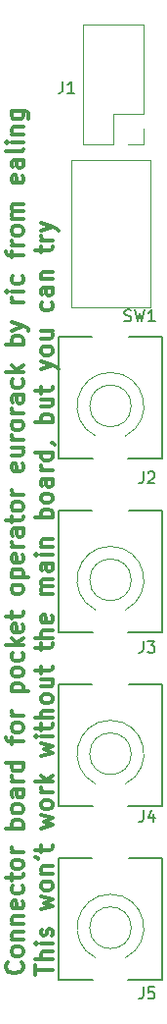
<source format=gbr>
%TF.GenerationSoftware,KiCad,Pcbnew,(5.1.12-1-10_14)*%
%TF.CreationDate,2021-12-28T18:28:33+00:00*%
%TF.ProjectId,pocket-operator-eurorack-connector-board,706f636b-6574-42d6-9f70-657261746f72,rev?*%
%TF.SameCoordinates,Original*%
%TF.FileFunction,Legend,Top*%
%TF.FilePolarity,Positive*%
%FSLAX46Y46*%
G04 Gerber Fmt 4.6, Leading zero omitted, Abs format (unit mm)*
G04 Created by KiCad (PCBNEW (5.1.12-1-10_14)) date 2021-12-28 18:28:33*
%MOMM*%
%LPD*%
G01*
G04 APERTURE LIST*
%ADD10C,0.300000*%
%ADD11C,0.120000*%
%ADD12C,0.200000*%
%ADD13C,0.150000*%
G04 APERTURE END LIST*
D10*
X-7724285Y-87490714D02*
X-7652857Y-87562142D01*
X-7581428Y-87776428D01*
X-7581428Y-87919285D01*
X-7652857Y-88133571D01*
X-7795714Y-88276428D01*
X-7938571Y-88347857D01*
X-8224285Y-88419285D01*
X-8438571Y-88419285D01*
X-8724285Y-88347857D01*
X-8867142Y-88276428D01*
X-9010000Y-88133571D01*
X-9081428Y-87919285D01*
X-9081428Y-87776428D01*
X-9010000Y-87562142D01*
X-8938571Y-87490714D01*
X-7581428Y-86633571D02*
X-7652857Y-86776428D01*
X-7724285Y-86847857D01*
X-7867142Y-86919285D01*
X-8295714Y-86919285D01*
X-8438571Y-86847857D01*
X-8510000Y-86776428D01*
X-8581428Y-86633571D01*
X-8581428Y-86419285D01*
X-8510000Y-86276428D01*
X-8438571Y-86205000D01*
X-8295714Y-86133571D01*
X-7867142Y-86133571D01*
X-7724285Y-86205000D01*
X-7652857Y-86276428D01*
X-7581428Y-86419285D01*
X-7581428Y-86633571D01*
X-8581428Y-85490714D02*
X-7581428Y-85490714D01*
X-8438571Y-85490714D02*
X-8510000Y-85419285D01*
X-8581428Y-85276428D01*
X-8581428Y-85062142D01*
X-8510000Y-84919285D01*
X-8367142Y-84847857D01*
X-7581428Y-84847857D01*
X-8581428Y-84133571D02*
X-7581428Y-84133571D01*
X-8438571Y-84133571D02*
X-8510000Y-84062142D01*
X-8581428Y-83919285D01*
X-8581428Y-83705000D01*
X-8510000Y-83562142D01*
X-8367142Y-83490714D01*
X-7581428Y-83490714D01*
X-7652857Y-82205000D02*
X-7581428Y-82347857D01*
X-7581428Y-82633571D01*
X-7652857Y-82776428D01*
X-7795714Y-82847857D01*
X-8367142Y-82847857D01*
X-8510000Y-82776428D01*
X-8581428Y-82633571D01*
X-8581428Y-82347857D01*
X-8510000Y-82205000D01*
X-8367142Y-82133571D01*
X-8224285Y-82133571D01*
X-8081428Y-82847857D01*
X-7652857Y-80847857D02*
X-7581428Y-80990714D01*
X-7581428Y-81276428D01*
X-7652857Y-81419285D01*
X-7724285Y-81490714D01*
X-7867142Y-81562142D01*
X-8295714Y-81562142D01*
X-8438571Y-81490714D01*
X-8510000Y-81419285D01*
X-8581428Y-81276428D01*
X-8581428Y-80990714D01*
X-8510000Y-80847857D01*
X-8581428Y-80419285D02*
X-8581428Y-79847857D01*
X-9081428Y-80205000D02*
X-7795714Y-80205000D01*
X-7652857Y-80133571D01*
X-7581428Y-79990714D01*
X-7581428Y-79847857D01*
X-7581428Y-79133571D02*
X-7652857Y-79276428D01*
X-7724285Y-79347857D01*
X-7867142Y-79419285D01*
X-8295714Y-79419285D01*
X-8438571Y-79347857D01*
X-8510000Y-79276428D01*
X-8581428Y-79133571D01*
X-8581428Y-78919285D01*
X-8510000Y-78776428D01*
X-8438571Y-78705000D01*
X-8295714Y-78633571D01*
X-7867142Y-78633571D01*
X-7724285Y-78705000D01*
X-7652857Y-78776428D01*
X-7581428Y-78919285D01*
X-7581428Y-79133571D01*
X-7581428Y-77990714D02*
X-8581428Y-77990714D01*
X-8295714Y-77990714D02*
X-8438571Y-77919285D01*
X-8510000Y-77847857D01*
X-8581428Y-77705000D01*
X-8581428Y-77562142D01*
X-7581428Y-75919285D02*
X-9081428Y-75919285D01*
X-8510000Y-75919285D02*
X-8581428Y-75776428D01*
X-8581428Y-75490714D01*
X-8510000Y-75347857D01*
X-8438571Y-75276428D01*
X-8295714Y-75205000D01*
X-7867142Y-75205000D01*
X-7724285Y-75276428D01*
X-7652857Y-75347857D01*
X-7581428Y-75490714D01*
X-7581428Y-75776428D01*
X-7652857Y-75919285D01*
X-7581428Y-74347857D02*
X-7652857Y-74490714D01*
X-7724285Y-74562142D01*
X-7867142Y-74633571D01*
X-8295714Y-74633571D01*
X-8438571Y-74562142D01*
X-8510000Y-74490714D01*
X-8581428Y-74347857D01*
X-8581428Y-74133571D01*
X-8510000Y-73990714D01*
X-8438571Y-73919285D01*
X-8295714Y-73847857D01*
X-7867142Y-73847857D01*
X-7724285Y-73919285D01*
X-7652857Y-73990714D01*
X-7581428Y-74133571D01*
X-7581428Y-74347857D01*
X-7581428Y-72562142D02*
X-8367142Y-72562142D01*
X-8509999Y-72633571D01*
X-8581428Y-72776428D01*
X-8581428Y-73062142D01*
X-8509999Y-73205000D01*
X-7652857Y-72562142D02*
X-7581428Y-72705000D01*
X-7581428Y-73062142D01*
X-7652857Y-73205000D01*
X-7795714Y-73276428D01*
X-7938571Y-73276428D01*
X-8081428Y-73205000D01*
X-8152857Y-73062142D01*
X-8152857Y-72705000D01*
X-8224285Y-72562142D01*
X-7581428Y-71847857D02*
X-8581428Y-71847857D01*
X-8295714Y-71847857D02*
X-8438571Y-71776428D01*
X-8509999Y-71705000D01*
X-8581428Y-71562142D01*
X-8581428Y-71419285D01*
X-7581428Y-70276428D02*
X-9081428Y-70276428D01*
X-7652857Y-70276428D02*
X-7581428Y-70419285D01*
X-7581428Y-70705000D01*
X-7652857Y-70847857D01*
X-7724285Y-70919285D01*
X-7867142Y-70990714D01*
X-8295714Y-70990714D01*
X-8438571Y-70919285D01*
X-8509999Y-70847857D01*
X-8581428Y-70705000D01*
X-8581428Y-70419285D01*
X-8509999Y-70276428D01*
X-8581428Y-68633571D02*
X-8581428Y-68062142D01*
X-7581428Y-68419285D02*
X-8867142Y-68419285D01*
X-9009999Y-68347857D01*
X-9081428Y-68205000D01*
X-9081428Y-68062142D01*
X-7581428Y-67347857D02*
X-7652857Y-67490714D01*
X-7724285Y-67562142D01*
X-7867142Y-67633571D01*
X-8295714Y-67633571D01*
X-8438571Y-67562142D01*
X-8509999Y-67490714D01*
X-8581428Y-67347857D01*
X-8581428Y-67133571D01*
X-8509999Y-66990714D01*
X-8438571Y-66919285D01*
X-8295714Y-66847857D01*
X-7867142Y-66847857D01*
X-7724285Y-66919285D01*
X-7652857Y-66990714D01*
X-7581428Y-67133571D01*
X-7581428Y-67347857D01*
X-7581428Y-66205000D02*
X-8581428Y-66205000D01*
X-8295714Y-66205000D02*
X-8438571Y-66133571D01*
X-8509999Y-66062142D01*
X-8581428Y-65919285D01*
X-8581428Y-65776428D01*
X-8581428Y-64133571D02*
X-7081428Y-64133571D01*
X-8509999Y-64133571D02*
X-8581428Y-63990714D01*
X-8581428Y-63705000D01*
X-8509999Y-63562142D01*
X-8438571Y-63490714D01*
X-8295714Y-63419285D01*
X-7867142Y-63419285D01*
X-7724285Y-63490714D01*
X-7652857Y-63562142D01*
X-7581428Y-63705000D01*
X-7581428Y-63990714D01*
X-7652857Y-64133571D01*
X-7581428Y-62562142D02*
X-7652857Y-62705000D01*
X-7724285Y-62776428D01*
X-7867142Y-62847857D01*
X-8295714Y-62847857D01*
X-8438571Y-62776428D01*
X-8509999Y-62705000D01*
X-8581428Y-62562142D01*
X-8581428Y-62347857D01*
X-8509999Y-62205000D01*
X-8438571Y-62133571D01*
X-8295714Y-62062142D01*
X-7867142Y-62062142D01*
X-7724285Y-62133571D01*
X-7652857Y-62205000D01*
X-7581428Y-62347857D01*
X-7581428Y-62562142D01*
X-7652857Y-60776428D02*
X-7581428Y-60919285D01*
X-7581428Y-61205000D01*
X-7652857Y-61347857D01*
X-7724285Y-61419285D01*
X-7867142Y-61490714D01*
X-8295714Y-61490714D01*
X-8438571Y-61419285D01*
X-8509999Y-61347857D01*
X-8581428Y-61205000D01*
X-8581428Y-60919285D01*
X-8509999Y-60776428D01*
X-7581428Y-60133571D02*
X-9081428Y-60133571D01*
X-8152857Y-59990714D02*
X-7581428Y-59562142D01*
X-8581428Y-59562142D02*
X-8009999Y-60133571D01*
X-7652857Y-58347857D02*
X-7581428Y-58490714D01*
X-7581428Y-58776428D01*
X-7652857Y-58919285D01*
X-7795714Y-58990714D01*
X-8367142Y-58990714D01*
X-8509999Y-58919285D01*
X-8581428Y-58776428D01*
X-8581428Y-58490714D01*
X-8509999Y-58347857D01*
X-8367142Y-58276428D01*
X-8224285Y-58276428D01*
X-8081428Y-58990714D01*
X-8581428Y-57847857D02*
X-8581428Y-57276428D01*
X-9081428Y-57633571D02*
X-7795714Y-57633571D01*
X-7652857Y-57562142D01*
X-7581428Y-57419285D01*
X-7581428Y-57276428D01*
X-7581428Y-55419285D02*
X-7652857Y-55562142D01*
X-7724285Y-55633571D01*
X-7867142Y-55705000D01*
X-8295714Y-55705000D01*
X-8438571Y-55633571D01*
X-8509999Y-55562142D01*
X-8581428Y-55419285D01*
X-8581428Y-55205000D01*
X-8509999Y-55062142D01*
X-8438571Y-54990714D01*
X-8295714Y-54919285D01*
X-7867142Y-54919285D01*
X-7724285Y-54990714D01*
X-7652857Y-55062142D01*
X-7581428Y-55205000D01*
X-7581428Y-55419285D01*
X-8581428Y-54276428D02*
X-7081428Y-54276428D01*
X-8509999Y-54276428D02*
X-8581428Y-54133571D01*
X-8581428Y-53847857D01*
X-8509999Y-53705000D01*
X-8438571Y-53633571D01*
X-8295714Y-53562142D01*
X-7867142Y-53562142D01*
X-7724285Y-53633571D01*
X-7652857Y-53705000D01*
X-7581428Y-53847857D01*
X-7581428Y-54133571D01*
X-7652857Y-54276428D01*
X-7652857Y-52347857D02*
X-7581428Y-52490714D01*
X-7581428Y-52776428D01*
X-7652857Y-52919285D01*
X-7795714Y-52990714D01*
X-8367142Y-52990714D01*
X-8509999Y-52919285D01*
X-8581428Y-52776428D01*
X-8581428Y-52490714D01*
X-8509999Y-52347857D01*
X-8367142Y-52276428D01*
X-8224285Y-52276428D01*
X-8081428Y-52990714D01*
X-7581428Y-51633571D02*
X-8581428Y-51633571D01*
X-8295714Y-51633571D02*
X-8438571Y-51562142D01*
X-8509999Y-51490714D01*
X-8581428Y-51347857D01*
X-8581428Y-51205000D01*
X-7581428Y-50062142D02*
X-8367142Y-50062142D01*
X-8509999Y-50133571D01*
X-8581428Y-50276428D01*
X-8581428Y-50562142D01*
X-8509999Y-50705000D01*
X-7652857Y-50062142D02*
X-7581428Y-50205000D01*
X-7581428Y-50562142D01*
X-7652857Y-50705000D01*
X-7795714Y-50776428D01*
X-7938571Y-50776428D01*
X-8081428Y-50705000D01*
X-8152857Y-50562142D01*
X-8152857Y-50205000D01*
X-8224285Y-50062142D01*
X-8581428Y-49562142D02*
X-8581428Y-48990714D01*
X-9081428Y-49347857D02*
X-7795714Y-49347857D01*
X-7652857Y-49276428D01*
X-7581428Y-49133571D01*
X-7581428Y-48990714D01*
X-7581428Y-48276428D02*
X-7652857Y-48419285D01*
X-7724285Y-48490714D01*
X-7867142Y-48562142D01*
X-8295714Y-48562142D01*
X-8438571Y-48490714D01*
X-8509999Y-48419285D01*
X-8581428Y-48276428D01*
X-8581428Y-48062142D01*
X-8509999Y-47919285D01*
X-8438571Y-47847857D01*
X-8295714Y-47776428D01*
X-7867142Y-47776428D01*
X-7724285Y-47847857D01*
X-7652857Y-47919285D01*
X-7581428Y-48062142D01*
X-7581428Y-48276428D01*
X-7581428Y-47133571D02*
X-8581428Y-47133571D01*
X-8295714Y-47133571D02*
X-8438571Y-47062142D01*
X-8509999Y-46990714D01*
X-8581428Y-46847857D01*
X-8581428Y-46705000D01*
X-7652857Y-44490714D02*
X-7581428Y-44633571D01*
X-7581428Y-44919285D01*
X-7652857Y-45062142D01*
X-7795714Y-45133571D01*
X-8367142Y-45133571D01*
X-8509999Y-45062142D01*
X-8581428Y-44919285D01*
X-8581428Y-44633571D01*
X-8509999Y-44490714D01*
X-8367142Y-44419285D01*
X-8224285Y-44419285D01*
X-8081428Y-45133571D01*
X-8581428Y-43133571D02*
X-7581428Y-43133571D01*
X-8581428Y-43776428D02*
X-7795714Y-43776428D01*
X-7652857Y-43705000D01*
X-7581428Y-43562142D01*
X-7581428Y-43347857D01*
X-7652857Y-43205000D01*
X-7724285Y-43133571D01*
X-7581428Y-42419285D02*
X-8581428Y-42419285D01*
X-8295714Y-42419285D02*
X-8438571Y-42347857D01*
X-8509999Y-42276428D01*
X-8581428Y-42133571D01*
X-8581428Y-41990714D01*
X-7581428Y-41276428D02*
X-7652857Y-41419285D01*
X-7724285Y-41490714D01*
X-7867142Y-41562142D01*
X-8295714Y-41562142D01*
X-8438571Y-41490714D01*
X-8509999Y-41419285D01*
X-8581428Y-41276428D01*
X-8581428Y-41062142D01*
X-8509999Y-40919285D01*
X-8438571Y-40847857D01*
X-8295714Y-40776428D01*
X-7867142Y-40776428D01*
X-7724285Y-40847857D01*
X-7652857Y-40919285D01*
X-7581428Y-41062142D01*
X-7581428Y-41276428D01*
X-7581428Y-40133571D02*
X-8581428Y-40133571D01*
X-8295714Y-40133571D02*
X-8438571Y-40062142D01*
X-8509999Y-39990714D01*
X-8581428Y-39847857D01*
X-8581428Y-39705000D01*
X-7581428Y-38562142D02*
X-8367142Y-38562142D01*
X-8509999Y-38633571D01*
X-8581428Y-38776428D01*
X-8581428Y-39062142D01*
X-8509999Y-39205000D01*
X-7652857Y-38562142D02*
X-7581428Y-38705000D01*
X-7581428Y-39062142D01*
X-7652857Y-39205000D01*
X-7795714Y-39276428D01*
X-7938571Y-39276428D01*
X-8081428Y-39205000D01*
X-8152857Y-39062142D01*
X-8152857Y-38705000D01*
X-8224285Y-38562142D01*
X-7652857Y-37205000D02*
X-7581428Y-37347857D01*
X-7581428Y-37633571D01*
X-7652857Y-37776428D01*
X-7724285Y-37847857D01*
X-7867142Y-37919285D01*
X-8295714Y-37919285D01*
X-8438571Y-37847857D01*
X-8509999Y-37776428D01*
X-8581428Y-37633571D01*
X-8581428Y-37347857D01*
X-8509999Y-37205000D01*
X-7581428Y-36562142D02*
X-9081428Y-36562142D01*
X-8152857Y-36419285D02*
X-7581428Y-35990714D01*
X-8581428Y-35990714D02*
X-8009999Y-36562142D01*
X-7581428Y-34205000D02*
X-9081428Y-34205000D01*
X-8509999Y-34205000D02*
X-8581428Y-34062142D01*
X-8581428Y-33776428D01*
X-8509999Y-33633571D01*
X-8438571Y-33562142D01*
X-8295714Y-33490714D01*
X-7867142Y-33490714D01*
X-7724285Y-33562142D01*
X-7652857Y-33633571D01*
X-7581428Y-33776428D01*
X-7581428Y-34062142D01*
X-7652857Y-34205000D01*
X-8581428Y-32990714D02*
X-7581428Y-32633571D01*
X-8581428Y-32276428D02*
X-7581428Y-32633571D01*
X-7224285Y-32776428D01*
X-7152857Y-32847857D01*
X-7081428Y-32990714D01*
X-7581428Y-30562142D02*
X-8581428Y-30562142D01*
X-8295714Y-30562142D02*
X-8438571Y-30490714D01*
X-8509999Y-30419285D01*
X-8581428Y-30276428D01*
X-8581428Y-30133571D01*
X-7581428Y-29633571D02*
X-8581428Y-29633571D01*
X-9081428Y-29633571D02*
X-9009999Y-29705000D01*
X-8938571Y-29633571D01*
X-9009999Y-29562142D01*
X-9081428Y-29633571D01*
X-8938571Y-29633571D01*
X-7652857Y-28276428D02*
X-7581428Y-28419285D01*
X-7581428Y-28705000D01*
X-7652857Y-28847857D01*
X-7724285Y-28919285D01*
X-7867142Y-28990714D01*
X-8295714Y-28990714D01*
X-8438571Y-28919285D01*
X-8509999Y-28847857D01*
X-8581428Y-28705000D01*
X-8581428Y-28419285D01*
X-8509999Y-28276428D01*
X-8581428Y-26705000D02*
X-8581428Y-26133571D01*
X-7581428Y-26490714D02*
X-8867142Y-26490714D01*
X-9009999Y-26419285D01*
X-9081428Y-26276428D01*
X-9081428Y-26133571D01*
X-7581428Y-25633571D02*
X-8581428Y-25633571D01*
X-8295714Y-25633571D02*
X-8438571Y-25562142D01*
X-8509999Y-25490714D01*
X-8581428Y-25347857D01*
X-8581428Y-25205000D01*
X-7581428Y-24490714D02*
X-7652857Y-24633571D01*
X-7724285Y-24705000D01*
X-7867142Y-24776428D01*
X-8295714Y-24776428D01*
X-8438571Y-24705000D01*
X-8509999Y-24633571D01*
X-8581428Y-24490714D01*
X-8581428Y-24276428D01*
X-8509999Y-24133571D01*
X-8438571Y-24062142D01*
X-8295714Y-23990714D01*
X-7867142Y-23990714D01*
X-7724285Y-24062142D01*
X-7652857Y-24133571D01*
X-7581428Y-24276428D01*
X-7581428Y-24490714D01*
X-7581428Y-23347857D02*
X-8581428Y-23347857D01*
X-8438571Y-23347857D02*
X-8509999Y-23276428D01*
X-8581428Y-23133571D01*
X-8581428Y-22919285D01*
X-8509999Y-22776428D01*
X-8367142Y-22705000D01*
X-7581428Y-22705000D01*
X-8367142Y-22705000D02*
X-8509999Y-22633571D01*
X-8581428Y-22490714D01*
X-8581428Y-22276428D01*
X-8509999Y-22133571D01*
X-8367142Y-22062142D01*
X-7581428Y-22062142D01*
X-7652857Y-19633571D02*
X-7581428Y-19776428D01*
X-7581428Y-20062142D01*
X-7652857Y-20205000D01*
X-7795714Y-20276428D01*
X-8367142Y-20276428D01*
X-8509999Y-20205000D01*
X-8581428Y-20062142D01*
X-8581428Y-19776428D01*
X-8509999Y-19633571D01*
X-8367142Y-19562142D01*
X-8224285Y-19562142D01*
X-8081428Y-20276428D01*
X-7581428Y-18276428D02*
X-8367142Y-18276428D01*
X-8509999Y-18347857D01*
X-8581428Y-18490714D01*
X-8581428Y-18776428D01*
X-8509999Y-18919285D01*
X-7652857Y-18276428D02*
X-7581428Y-18419285D01*
X-7581428Y-18776428D01*
X-7652857Y-18919285D01*
X-7795714Y-18990714D01*
X-7938571Y-18990714D01*
X-8081428Y-18919285D01*
X-8152857Y-18776428D01*
X-8152857Y-18419285D01*
X-8224285Y-18276428D01*
X-7581428Y-17347857D02*
X-7652857Y-17490714D01*
X-7795714Y-17562142D01*
X-9081428Y-17562142D01*
X-7581428Y-16776428D02*
X-8581428Y-16776428D01*
X-9081428Y-16776428D02*
X-9009999Y-16847857D01*
X-8938571Y-16776428D01*
X-9009999Y-16705000D01*
X-9081428Y-16776428D01*
X-8938571Y-16776428D01*
X-8581428Y-16062142D02*
X-7581428Y-16062142D01*
X-8438571Y-16062142D02*
X-8509999Y-15990714D01*
X-8581428Y-15847857D01*
X-8581428Y-15633571D01*
X-8509999Y-15490714D01*
X-8367142Y-15419285D01*
X-7581428Y-15419285D01*
X-8581428Y-14062142D02*
X-7367142Y-14062142D01*
X-7224285Y-14133571D01*
X-7152857Y-14205000D01*
X-7081428Y-14347857D01*
X-7081428Y-14562142D01*
X-7152857Y-14705000D01*
X-7652857Y-14062142D02*
X-7581428Y-14205000D01*
X-7581428Y-14490714D01*
X-7652857Y-14633571D01*
X-7724285Y-14705000D01*
X-7867142Y-14776428D01*
X-8295714Y-14776428D01*
X-8438571Y-14705000D01*
X-8509999Y-14633571D01*
X-8581428Y-14490714D01*
X-8581428Y-14205000D01*
X-8509999Y-14062142D01*
X-6531428Y-88562142D02*
X-6531428Y-87705000D01*
X-5031428Y-88133571D02*
X-6531428Y-88133571D01*
X-5031428Y-87205000D02*
X-6531428Y-87205000D01*
X-5031428Y-86562142D02*
X-5817142Y-86562142D01*
X-5960000Y-86633571D01*
X-6031428Y-86776428D01*
X-6031428Y-86990714D01*
X-5960000Y-87133571D01*
X-5888571Y-87205000D01*
X-5031428Y-85847857D02*
X-6031428Y-85847857D01*
X-6531428Y-85847857D02*
X-6460000Y-85919285D01*
X-6388571Y-85847857D01*
X-6460000Y-85776428D01*
X-6531428Y-85847857D01*
X-6388571Y-85847857D01*
X-5102857Y-85205000D02*
X-5031428Y-85062142D01*
X-5031428Y-84776428D01*
X-5102857Y-84633571D01*
X-5245714Y-84562142D01*
X-5317142Y-84562142D01*
X-5460000Y-84633571D01*
X-5531428Y-84776428D01*
X-5531428Y-84990714D01*
X-5602857Y-85133571D01*
X-5745714Y-85205000D01*
X-5817142Y-85205000D01*
X-5960000Y-85133571D01*
X-6031428Y-84990714D01*
X-6031428Y-84776428D01*
X-5960000Y-84633571D01*
X-6031428Y-82919285D02*
X-5031428Y-82633571D01*
X-5745714Y-82347857D01*
X-5031428Y-82062142D01*
X-6031428Y-81776428D01*
X-5031428Y-80990714D02*
X-5102857Y-81133571D01*
X-5174285Y-81205000D01*
X-5317142Y-81276428D01*
X-5745714Y-81276428D01*
X-5888571Y-81205000D01*
X-5960000Y-81133571D01*
X-6031428Y-80990714D01*
X-6031428Y-80776428D01*
X-5959999Y-80633571D01*
X-5888571Y-80562142D01*
X-5745714Y-80490714D01*
X-5317142Y-80490714D01*
X-5174285Y-80562142D01*
X-5102857Y-80633571D01*
X-5031428Y-80776428D01*
X-5031428Y-80990714D01*
X-6031428Y-79847857D02*
X-5031428Y-79847857D01*
X-5888571Y-79847857D02*
X-5959999Y-79776428D01*
X-6031428Y-79633571D01*
X-6031428Y-79419285D01*
X-5959999Y-79276428D01*
X-5817142Y-79205000D01*
X-5031428Y-79205000D01*
X-6531428Y-78419285D02*
X-6459999Y-78419285D01*
X-6317142Y-78490714D01*
X-6245714Y-78562142D01*
X-6031428Y-77990714D02*
X-6031428Y-77419285D01*
X-6531428Y-77776428D02*
X-5245714Y-77776428D01*
X-5102857Y-77705000D01*
X-5031428Y-77562142D01*
X-5031428Y-77419285D01*
X-6031428Y-75919285D02*
X-5031428Y-75633571D01*
X-5745714Y-75347857D01*
X-5031428Y-75062142D01*
X-6031428Y-74776428D01*
X-5031428Y-73990714D02*
X-5102857Y-74133571D01*
X-5174285Y-74205000D01*
X-5317142Y-74276428D01*
X-5745714Y-74276428D01*
X-5888571Y-74205000D01*
X-5959999Y-74133571D01*
X-6031428Y-73990714D01*
X-6031428Y-73776428D01*
X-5959999Y-73633571D01*
X-5888571Y-73562142D01*
X-5745714Y-73490714D01*
X-5317142Y-73490714D01*
X-5174285Y-73562142D01*
X-5102857Y-73633571D01*
X-5031428Y-73776428D01*
X-5031428Y-73990714D01*
X-5031428Y-72847857D02*
X-6031428Y-72847857D01*
X-5745714Y-72847857D02*
X-5888571Y-72776428D01*
X-5959999Y-72705000D01*
X-6031428Y-72562142D01*
X-6031428Y-72419285D01*
X-5031428Y-71919285D02*
X-6531428Y-71919285D01*
X-5602857Y-71776428D02*
X-5031428Y-71347857D01*
X-6031428Y-71347857D02*
X-5459999Y-71919285D01*
X-6031428Y-69705000D02*
X-5031428Y-69419285D01*
X-5745714Y-69133571D01*
X-5031428Y-68847857D01*
X-6031428Y-68562142D01*
X-5031428Y-67990714D02*
X-6031428Y-67990714D01*
X-6531428Y-67990714D02*
X-6459999Y-68062142D01*
X-6388571Y-67990714D01*
X-6459999Y-67919285D01*
X-6531428Y-67990714D01*
X-6388571Y-67990714D01*
X-6031428Y-67490714D02*
X-6031428Y-66919285D01*
X-6531428Y-67276428D02*
X-5245714Y-67276428D01*
X-5102857Y-67205000D01*
X-5031428Y-67062142D01*
X-5031428Y-66919285D01*
X-5031428Y-66419285D02*
X-6531428Y-66419285D01*
X-5031428Y-65776428D02*
X-5817142Y-65776428D01*
X-5959999Y-65847857D01*
X-6031428Y-65990714D01*
X-6031428Y-66205000D01*
X-5959999Y-66347857D01*
X-5888571Y-66419285D01*
X-5031428Y-64847857D02*
X-5102857Y-64990714D01*
X-5174285Y-65062142D01*
X-5317142Y-65133571D01*
X-5745714Y-65133571D01*
X-5888571Y-65062142D01*
X-5959999Y-64990714D01*
X-6031428Y-64847857D01*
X-6031428Y-64633571D01*
X-5959999Y-64490714D01*
X-5888571Y-64419285D01*
X-5745714Y-64347857D01*
X-5317142Y-64347857D01*
X-5174285Y-64419285D01*
X-5102857Y-64490714D01*
X-5031428Y-64633571D01*
X-5031428Y-64847857D01*
X-6031428Y-63062142D02*
X-5031428Y-63062142D01*
X-6031428Y-63705000D02*
X-5245714Y-63705000D01*
X-5102857Y-63633571D01*
X-5031428Y-63490714D01*
X-5031428Y-63276428D01*
X-5102857Y-63133571D01*
X-5174285Y-63062142D01*
X-6031428Y-62562142D02*
X-6031428Y-61990714D01*
X-6531428Y-62347857D02*
X-5245714Y-62347857D01*
X-5102857Y-62276428D01*
X-5031428Y-62133571D01*
X-5031428Y-61990714D01*
X-6031428Y-60562142D02*
X-6031428Y-59990714D01*
X-6531428Y-60347857D02*
X-5245714Y-60347857D01*
X-5102857Y-60276428D01*
X-5031428Y-60133571D01*
X-5031428Y-59990714D01*
X-5031428Y-59490714D02*
X-6531428Y-59490714D01*
X-5031428Y-58847857D02*
X-5817142Y-58847857D01*
X-5959999Y-58919285D01*
X-6031428Y-59062142D01*
X-6031428Y-59276428D01*
X-5959999Y-59419285D01*
X-5888571Y-59490714D01*
X-5102857Y-57562142D02*
X-5031428Y-57705000D01*
X-5031428Y-57990714D01*
X-5102857Y-58133571D01*
X-5245714Y-58205000D01*
X-5817142Y-58205000D01*
X-5959999Y-58133571D01*
X-6031428Y-57990714D01*
X-6031428Y-57705000D01*
X-5959999Y-57562142D01*
X-5817142Y-57490714D01*
X-5674285Y-57490714D01*
X-5531428Y-58205000D01*
X-5031428Y-55705000D02*
X-6031428Y-55705000D01*
X-5888571Y-55705000D02*
X-5959999Y-55633571D01*
X-6031428Y-55490714D01*
X-6031428Y-55276428D01*
X-5959999Y-55133571D01*
X-5817142Y-55062142D01*
X-5031428Y-55062142D01*
X-5817142Y-55062142D02*
X-5959999Y-54990714D01*
X-6031428Y-54847857D01*
X-6031428Y-54633571D01*
X-5959999Y-54490714D01*
X-5817142Y-54419285D01*
X-5031428Y-54419285D01*
X-5031428Y-53062142D02*
X-5817142Y-53062142D01*
X-5959999Y-53133571D01*
X-6031428Y-53276428D01*
X-6031428Y-53562142D01*
X-5959999Y-53705000D01*
X-5102857Y-53062142D02*
X-5031428Y-53205000D01*
X-5031428Y-53562142D01*
X-5102857Y-53705000D01*
X-5245714Y-53776428D01*
X-5388571Y-53776428D01*
X-5531428Y-53705000D01*
X-5602857Y-53562142D01*
X-5602857Y-53205000D01*
X-5674285Y-53062142D01*
X-5031428Y-52347857D02*
X-6031428Y-52347857D01*
X-6531428Y-52347857D02*
X-6459999Y-52419285D01*
X-6388571Y-52347857D01*
X-6459999Y-52276428D01*
X-6531428Y-52347857D01*
X-6388571Y-52347857D01*
X-6031428Y-51633571D02*
X-5031428Y-51633571D01*
X-5888571Y-51633571D02*
X-5959999Y-51562142D01*
X-6031428Y-51419285D01*
X-6031428Y-51205000D01*
X-5959999Y-51062142D01*
X-5817142Y-50990714D01*
X-5031428Y-50990714D01*
X-5031428Y-49133571D02*
X-6531428Y-49133571D01*
X-5959999Y-49133571D02*
X-6031428Y-48990714D01*
X-6031428Y-48705000D01*
X-5959999Y-48562142D01*
X-5888571Y-48490714D01*
X-5745714Y-48419285D01*
X-5317142Y-48419285D01*
X-5174285Y-48490714D01*
X-5102857Y-48562142D01*
X-5031428Y-48705000D01*
X-5031428Y-48990714D01*
X-5102857Y-49133571D01*
X-5031428Y-47562142D02*
X-5102857Y-47705000D01*
X-5174285Y-47776428D01*
X-5317142Y-47847857D01*
X-5745714Y-47847857D01*
X-5888571Y-47776428D01*
X-5959999Y-47705000D01*
X-6031428Y-47562142D01*
X-6031428Y-47347857D01*
X-5959999Y-47205000D01*
X-5888571Y-47133571D01*
X-5745714Y-47062142D01*
X-5317142Y-47062142D01*
X-5174285Y-47133571D01*
X-5102857Y-47205000D01*
X-5031428Y-47347857D01*
X-5031428Y-47562142D01*
X-5031428Y-45776428D02*
X-5817142Y-45776428D01*
X-5959999Y-45847857D01*
X-6031428Y-45990714D01*
X-6031428Y-46276428D01*
X-5959999Y-46419285D01*
X-5102857Y-45776428D02*
X-5031428Y-45919285D01*
X-5031428Y-46276428D01*
X-5102857Y-46419285D01*
X-5245714Y-46490714D01*
X-5388571Y-46490714D01*
X-5531428Y-46419285D01*
X-5602857Y-46276428D01*
X-5602857Y-45919285D01*
X-5674285Y-45776428D01*
X-5031428Y-45062142D02*
X-6031428Y-45062142D01*
X-5745714Y-45062142D02*
X-5888571Y-44990714D01*
X-5959999Y-44919285D01*
X-6031428Y-44776428D01*
X-6031428Y-44633571D01*
X-5031428Y-43490714D02*
X-6531428Y-43490714D01*
X-5102857Y-43490714D02*
X-5031428Y-43633571D01*
X-5031428Y-43919285D01*
X-5102857Y-44062142D01*
X-5174285Y-44133571D01*
X-5317142Y-44205000D01*
X-5745714Y-44205000D01*
X-5888571Y-44133571D01*
X-5959999Y-44062142D01*
X-6031428Y-43919285D01*
X-6031428Y-43633571D01*
X-5959999Y-43490714D01*
X-5102857Y-42705000D02*
X-5031428Y-42705000D01*
X-4888571Y-42776428D01*
X-4817142Y-42847857D01*
X-5031428Y-40919285D02*
X-6531428Y-40919285D01*
X-5959999Y-40919285D02*
X-6031428Y-40776428D01*
X-6031428Y-40490714D01*
X-5959999Y-40347857D01*
X-5888571Y-40276428D01*
X-5745714Y-40204999D01*
X-5317142Y-40204999D01*
X-5174285Y-40276428D01*
X-5102857Y-40347857D01*
X-5031428Y-40490714D01*
X-5031428Y-40776428D01*
X-5102857Y-40919285D01*
X-6031428Y-38919285D02*
X-5031428Y-38919285D01*
X-6031428Y-39562142D02*
X-5245714Y-39562142D01*
X-5102857Y-39490714D01*
X-5031428Y-39347857D01*
X-5031428Y-39133571D01*
X-5102857Y-38990714D01*
X-5174285Y-38919285D01*
X-6031428Y-38419285D02*
X-6031428Y-37847857D01*
X-6531428Y-38204999D02*
X-5245714Y-38204999D01*
X-5102857Y-38133571D01*
X-5031428Y-37990714D01*
X-5031428Y-37847857D01*
X-6031428Y-36347857D02*
X-5031428Y-35990714D01*
X-6031428Y-35633571D02*
X-5031428Y-35990714D01*
X-4674285Y-36133571D01*
X-4602857Y-36204999D01*
X-4531428Y-36347857D01*
X-5031428Y-34847857D02*
X-5102857Y-34990714D01*
X-5174285Y-35062142D01*
X-5317142Y-35133571D01*
X-5745714Y-35133571D01*
X-5888571Y-35062142D01*
X-5959999Y-34990714D01*
X-6031428Y-34847857D01*
X-6031428Y-34633571D01*
X-5959999Y-34490714D01*
X-5888571Y-34419285D01*
X-5745714Y-34347857D01*
X-5317142Y-34347857D01*
X-5174285Y-34419285D01*
X-5102857Y-34490714D01*
X-5031428Y-34633571D01*
X-5031428Y-34847857D01*
X-6031428Y-33062142D02*
X-5031428Y-33062142D01*
X-6031428Y-33704999D02*
X-5245714Y-33704999D01*
X-5102857Y-33633571D01*
X-5031428Y-33490714D01*
X-5031428Y-33276428D01*
X-5102857Y-33133571D01*
X-5174285Y-33062142D01*
X-5102857Y-30562142D02*
X-5031428Y-30704999D01*
X-5031428Y-30990714D01*
X-5102857Y-31133571D01*
X-5174285Y-31204999D01*
X-5317142Y-31276428D01*
X-5745714Y-31276428D01*
X-5888571Y-31204999D01*
X-5959999Y-31133571D01*
X-6031428Y-30990714D01*
X-6031428Y-30704999D01*
X-5959999Y-30562142D01*
X-5031428Y-29276428D02*
X-5817142Y-29276428D01*
X-5959999Y-29347857D01*
X-6031428Y-29490714D01*
X-6031428Y-29776428D01*
X-5959999Y-29919285D01*
X-5102857Y-29276428D02*
X-5031428Y-29419285D01*
X-5031428Y-29776428D01*
X-5102857Y-29919285D01*
X-5245714Y-29990714D01*
X-5388571Y-29990714D01*
X-5531428Y-29919285D01*
X-5602857Y-29776428D01*
X-5602857Y-29419285D01*
X-5674285Y-29276428D01*
X-6031428Y-28562142D02*
X-5031428Y-28562142D01*
X-5888571Y-28562142D02*
X-5959999Y-28490714D01*
X-6031428Y-28347857D01*
X-6031428Y-28133571D01*
X-5959999Y-27990714D01*
X-5817142Y-27919285D01*
X-5031428Y-27919285D01*
X-6031428Y-26276428D02*
X-6031428Y-25704999D01*
X-6531428Y-26062142D02*
X-5245714Y-26062142D01*
X-5102857Y-25990714D01*
X-5031428Y-25847857D01*
X-5031428Y-25704999D01*
X-5031428Y-25204999D02*
X-6031428Y-25204999D01*
X-5745714Y-25204999D02*
X-5888571Y-25133571D01*
X-5959999Y-25062142D01*
X-6031428Y-24919285D01*
X-6031428Y-24776428D01*
X-6031428Y-24419285D02*
X-5031428Y-24062142D01*
X-6031428Y-23705000D02*
X-5031428Y-24062142D01*
X-4674285Y-24205000D01*
X-4602857Y-24276428D01*
X-4531428Y-24419285D01*
D11*
%TO.C,SW1*%
X-3430000Y-18288000D02*
X3430000Y-18288000D01*
X-3430000Y-30988000D02*
X3430000Y-30988000D01*
X3430000Y-18288000D02*
X3430000Y-30988000D01*
X-3430000Y-18288000D02*
X-3430000Y-30988000D01*
D12*
%TO.C,J5*%
X4500000Y-89000000D02*
X4500000Y-78500000D01*
X-4500000Y-89000000D02*
X-4500000Y-78500000D01*
X-4500000Y-78500000D02*
X-1600000Y-78500000D01*
X1600000Y-78500000D02*
X4500000Y-78500000D01*
X-4500000Y-89000000D02*
X-1500000Y-89000000D01*
X1500000Y-89000000D02*
X4500000Y-89000000D01*
D11*
X1800000Y-84500000D02*
G75*
G03*
X1800000Y-84500000I-1800000J0D01*
G01*
X1296263Y-87088577D02*
G75*
G03*
X0Y-81605000I-1296263J2588577D01*
G01*
X-1296263Y-87088577D02*
G75*
G02*
X0Y-81605000I1296263J2588577D01*
G01*
D12*
%TO.C,J4*%
X4500000Y-74000000D02*
X4500000Y-63500000D01*
X-4500000Y-74000000D02*
X-4500000Y-63500000D01*
X-4500000Y-63500000D02*
X-1600000Y-63500000D01*
X1600000Y-63500000D02*
X4500000Y-63500000D01*
X-4500000Y-74000000D02*
X-1500000Y-74000000D01*
X1500000Y-74000000D02*
X4500000Y-74000000D01*
D11*
X1800000Y-69500000D02*
G75*
G03*
X1800000Y-69500000I-1800000J0D01*
G01*
X1296263Y-72088577D02*
G75*
G03*
X0Y-66605000I-1296263J2588577D01*
G01*
X-1296263Y-72088577D02*
G75*
G02*
X0Y-66605000I1296263J2588577D01*
G01*
D12*
%TO.C,J3*%
X4500000Y-59000000D02*
X4500000Y-48500000D01*
X-4500000Y-59000000D02*
X-4500000Y-48500000D01*
X-4500000Y-48500000D02*
X-1600000Y-48500000D01*
X1600000Y-48500000D02*
X4500000Y-48500000D01*
X-4500000Y-59000000D02*
X-1500000Y-59000000D01*
X1500000Y-59000000D02*
X4500000Y-59000000D01*
D11*
X1800000Y-54500000D02*
G75*
G03*
X1800000Y-54500000I-1800000J0D01*
G01*
X1296263Y-57088577D02*
G75*
G03*
X0Y-51605000I-1296263J2588577D01*
G01*
X-1296263Y-57088577D02*
G75*
G02*
X0Y-51605000I1296263J2588577D01*
G01*
%TO.C,J1*%
X2840000Y-16930000D02*
X1510000Y-16930000D01*
X2840000Y-15600000D02*
X2840000Y-16930000D01*
X240000Y-16930000D02*
X-2360000Y-16930000D01*
X240000Y-14330000D02*
X240000Y-16930000D01*
X2840000Y-14330000D02*
X240000Y-14330000D01*
X-2360000Y-16930000D02*
X-2360000Y-6650000D01*
X2840000Y-14330000D02*
X2840000Y-6650000D01*
X2840000Y-6650000D02*
X-2360000Y-6650000D01*
D12*
%TO.C,J2*%
X4500000Y-44000000D02*
X4500000Y-33500000D01*
X-4500000Y-44000000D02*
X-4500000Y-33500000D01*
X-4500000Y-33500000D02*
X-1600000Y-33500000D01*
X1600000Y-33500000D02*
X4500000Y-33500000D01*
X-4500000Y-44000000D02*
X-1500000Y-44000000D01*
X1500000Y-44000000D02*
X4500000Y-44000000D01*
D11*
X1800000Y-39500000D02*
G75*
G03*
X1800000Y-39500000I-1800000J0D01*
G01*
X-1296263Y-42088577D02*
G75*
G02*
X0Y-36605000I1296263J2588577D01*
G01*
X1296263Y-42088577D02*
G75*
G03*
X0Y-36605000I-1296263J2588577D01*
G01*
%TO.C,SW1*%
D13*
X1206666Y-32154761D02*
X1349523Y-32202380D01*
X1587619Y-32202380D01*
X1682857Y-32154761D01*
X1730476Y-32107142D01*
X1778095Y-32011904D01*
X1778095Y-31916666D01*
X1730476Y-31821428D01*
X1682857Y-31773809D01*
X1587619Y-31726190D01*
X1397142Y-31678571D01*
X1301904Y-31630952D01*
X1254285Y-31583333D01*
X1206666Y-31488095D01*
X1206666Y-31392857D01*
X1254285Y-31297619D01*
X1301904Y-31250000D01*
X1397142Y-31202380D01*
X1635238Y-31202380D01*
X1778095Y-31250000D01*
X2111428Y-31202380D02*
X2349523Y-32202380D01*
X2540000Y-31488095D01*
X2730476Y-32202380D01*
X2968571Y-31202380D01*
X3873333Y-32202380D02*
X3301904Y-32202380D01*
X3587619Y-32202380D02*
X3587619Y-31202380D01*
X3492380Y-31345238D01*
X3397142Y-31440476D01*
X3301904Y-31488095D01*
%TO.C,J5*%
X2841666Y-89622380D02*
X2841666Y-90336666D01*
X2794047Y-90479523D01*
X2698809Y-90574761D01*
X2555952Y-90622380D01*
X2460714Y-90622380D01*
X3794047Y-89622380D02*
X3317857Y-89622380D01*
X3270238Y-90098571D01*
X3317857Y-90050952D01*
X3413095Y-90003333D01*
X3651190Y-90003333D01*
X3746428Y-90050952D01*
X3794047Y-90098571D01*
X3841666Y-90193809D01*
X3841666Y-90431904D01*
X3794047Y-90527142D01*
X3746428Y-90574761D01*
X3651190Y-90622380D01*
X3413095Y-90622380D01*
X3317857Y-90574761D01*
X3270238Y-90527142D01*
%TO.C,J4*%
X2841666Y-74382380D02*
X2841666Y-75096666D01*
X2794047Y-75239523D01*
X2698809Y-75334761D01*
X2555952Y-75382380D01*
X2460714Y-75382380D01*
X3746428Y-74715714D02*
X3746428Y-75382380D01*
X3508333Y-74334761D02*
X3270238Y-75049047D01*
X3889285Y-75049047D01*
%TO.C,J3*%
X2841666Y-59777380D02*
X2841666Y-60491666D01*
X2794047Y-60634523D01*
X2698809Y-60729761D01*
X2555952Y-60777380D01*
X2460714Y-60777380D01*
X3222619Y-59777380D02*
X3841666Y-59777380D01*
X3508333Y-60158333D01*
X3651190Y-60158333D01*
X3746428Y-60205952D01*
X3794047Y-60253571D01*
X3841666Y-60348809D01*
X3841666Y-60586904D01*
X3794047Y-60682142D01*
X3746428Y-60729761D01*
X3651190Y-60777380D01*
X3365476Y-60777380D01*
X3270238Y-60729761D01*
X3222619Y-60682142D01*
%TO.C,J1*%
X-4143333Y-11517380D02*
X-4143333Y-12231666D01*
X-4190952Y-12374523D01*
X-4286190Y-12469761D01*
X-4429047Y-12517380D01*
X-4524285Y-12517380D01*
X-3143333Y-12517380D02*
X-3714761Y-12517380D01*
X-3429047Y-12517380D02*
X-3429047Y-11517380D01*
X-3524285Y-11660238D01*
X-3619523Y-11755476D01*
X-3714761Y-11803095D01*
%TO.C,J2*%
X2841666Y-45172380D02*
X2841666Y-45886666D01*
X2794047Y-46029523D01*
X2698809Y-46124761D01*
X2555952Y-46172380D01*
X2460714Y-46172380D01*
X3270238Y-45267619D02*
X3317857Y-45220000D01*
X3413095Y-45172380D01*
X3651190Y-45172380D01*
X3746428Y-45220000D01*
X3794047Y-45267619D01*
X3841666Y-45362857D01*
X3841666Y-45458095D01*
X3794047Y-45600952D01*
X3222619Y-46172380D01*
X3841666Y-46172380D01*
%TD*%
M02*

</source>
